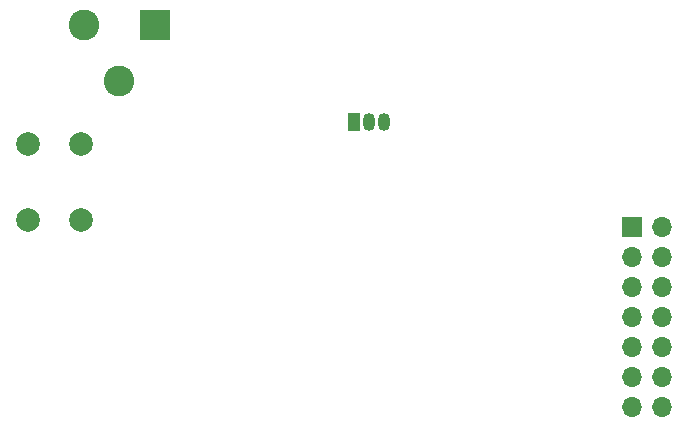
<source format=gbs>
%TF.GenerationSoftware,KiCad,Pcbnew,(5.1.10)-1*%
%TF.CreationDate,2021-08-21T14:03:18+05:30*%
%TF.ProjectId,5V_DC-DC_Converter,35565f44-432d-4444-935f-436f6e766572,v01*%
%TF.SameCoordinates,Original*%
%TF.FileFunction,Soldermask,Bot*%
%TF.FilePolarity,Negative*%
%FSLAX46Y46*%
G04 Gerber Fmt 4.6, Leading zero omitted, Abs format (unit mm)*
G04 Created by KiCad (PCBNEW (5.1.10)-1) date 2021-08-21 14:03:18*
%MOMM*%
%LPD*%
G01*
G04 APERTURE LIST*
%ADD10C,2.000000*%
%ADD11R,1.050000X1.500000*%
%ADD12O,1.050000X1.500000*%
%ADD13O,1.700000X1.700000*%
%ADD14R,1.700000X1.700000*%
%ADD15C,2.600000*%
%ADD16R,2.600000X2.600000*%
G04 APERTURE END LIST*
D10*
%TO.C,SW1*%
X121766720Y-99715320D03*
X117266720Y-99715320D03*
X121766720Y-93215320D03*
X117266720Y-93215320D03*
%TD*%
D11*
%TO.C,Q2*%
X144815560Y-91351100D03*
D12*
X147355560Y-91351100D03*
X146085560Y-91351100D03*
%TD*%
D13*
%TO.C,J2*%
X170921560Y-115496320D03*
X168381560Y-115496320D03*
X170921560Y-112956320D03*
X168381560Y-112956320D03*
X170921560Y-110416320D03*
X168381560Y-110416320D03*
X170921560Y-107876320D03*
X168381560Y-107876320D03*
X170921560Y-105336320D03*
X168381560Y-105336320D03*
X170921560Y-102796320D03*
X168381560Y-102796320D03*
X170921560Y-100256320D03*
D14*
X168381560Y-100256320D03*
%TD*%
D15*
%TO.C,J1*%
X124996000Y-87887500D03*
X121996000Y-83187500D03*
D16*
X127996000Y-83187500D03*
%TD*%
M02*

</source>
